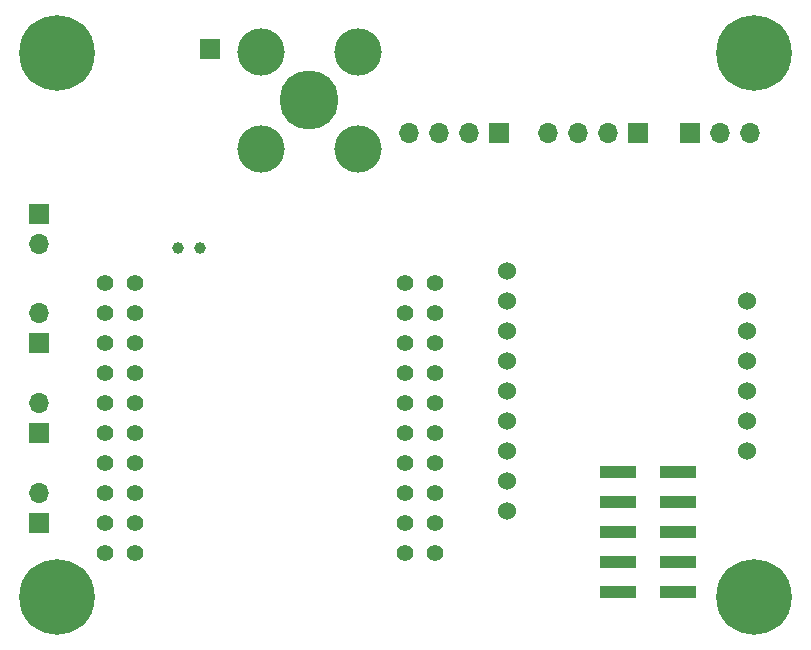
<source format=gbr>
%TF.GenerationSoftware,KiCad,Pcbnew,7.0.2-6a45011f42~172~ubuntu22.04.1*%
%TF.CreationDate,2023-05-07T23:46:40+02:00*%
%TF.ProjectId,mp3alarm,6d703361-6c61-4726-9d2e-6b696361645f,v0.2*%
%TF.SameCoordinates,Original*%
%TF.FileFunction,Soldermask,Bot*%
%TF.FilePolarity,Negative*%
%FSLAX46Y46*%
G04 Gerber Fmt 4.6, Leading zero omitted, Abs format (unit mm)*
G04 Created by KiCad (PCBNEW 7.0.2-6a45011f42~172~ubuntu22.04.1) date 2023-05-07 23:46:40*
%MOMM*%
%LPD*%
G01*
G04 APERTURE LIST*
%ADD10C,5.000000*%
%ADD11C,4.000000*%
%ADD12R,1.700000X1.700000*%
%ADD13O,1.700000X1.700000*%
%ADD14C,1.400000*%
%ADD15C,1.524000*%
%ADD16C,6.400000*%
%ADD17C,1.000000*%
%ADD18R,3.150000X1.000000*%
G04 APERTURE END LIST*
D10*
%TO.C,J10*%
X69342000Y-61976000D03*
D11*
X65227000Y-57861000D03*
X65227000Y-66091000D03*
X73457000Y-57861000D03*
X73457000Y-66091000D03*
%TD*%
D12*
%TO.C,J3*%
X46482000Y-90170000D03*
D13*
X46482000Y-87630000D03*
%TD*%
D12*
%TO.C,J5*%
X85399000Y-64770000D03*
D13*
X82859000Y-64770000D03*
X80319000Y-64770000D03*
X77779000Y-64770000D03*
%TD*%
D12*
%TO.C,J6*%
X97218500Y-64770000D03*
D13*
X94678500Y-64770000D03*
X92138500Y-64770000D03*
X89598500Y-64770000D03*
%TD*%
D14*
%TO.C,U2*%
X52070000Y-77470000D03*
X54610000Y-77470000D03*
X52070000Y-80010000D03*
X54610000Y-80010000D03*
X52070000Y-82550000D03*
X54610000Y-82550000D03*
X52070000Y-85090000D03*
X54610000Y-85090000D03*
X52070000Y-87630000D03*
X54610000Y-87630000D03*
X52070000Y-90170000D03*
X54610000Y-90170000D03*
X52070000Y-92710000D03*
X54610000Y-92710000D03*
X52070000Y-95250000D03*
X54610000Y-95250000D03*
X52070000Y-97790000D03*
X54610000Y-97790000D03*
X52070000Y-100330000D03*
X54610000Y-100330000D03*
X77470000Y-77470000D03*
X80010000Y-77470000D03*
X77470000Y-80010000D03*
X80010000Y-80010000D03*
X77470000Y-82550000D03*
X80010000Y-82550000D03*
X77470000Y-85090000D03*
X80010000Y-85090000D03*
X77470000Y-87630000D03*
X80010000Y-87630000D03*
X77470000Y-90170000D03*
X80010000Y-90170000D03*
X77470000Y-92710000D03*
X80010000Y-92710000D03*
X77470000Y-95250000D03*
X80010000Y-95250000D03*
X77470000Y-97790000D03*
X80010000Y-97790000D03*
X77470000Y-100330000D03*
X80010000Y-100330000D03*
%TD*%
D12*
%TO.C,J2*%
X46482000Y-97790000D03*
D13*
X46482000Y-95250000D03*
%TD*%
D12*
%TO.C,J9*%
X60960000Y-57658000D03*
%TD*%
%TO.C,J4*%
X46482000Y-82550000D03*
D13*
X46482000Y-80010000D03*
%TD*%
D12*
%TO.C,J1*%
X101600000Y-64770000D03*
D13*
X104140000Y-64770000D03*
X106680000Y-64770000D03*
%TD*%
D12*
%TO.C,J8*%
X46482000Y-71628000D03*
D13*
X46482000Y-74168000D03*
%TD*%
D15*
%TO.C,U1*%
X86106000Y-76454000D03*
X86106000Y-78994000D03*
X86106000Y-81534000D03*
X86106000Y-84074000D03*
X86106000Y-86614000D03*
X86106000Y-89154000D03*
X86106000Y-91694000D03*
X86106000Y-94234000D03*
X86106000Y-96774000D03*
X106426000Y-78994000D03*
X106426000Y-81534000D03*
X106426000Y-84074000D03*
X106426000Y-86614000D03*
X106426000Y-89154000D03*
X106426000Y-91694000D03*
%TD*%
D16*
%TO.C,H2*%
X48000000Y-104000000D03*
%TD*%
%TO.C,H4*%
X107000000Y-58000000D03*
%TD*%
%TO.C,H3*%
X107000000Y-104000000D03*
%TD*%
%TO.C,H1*%
X48000000Y-58000000D03*
%TD*%
D17*
%TO.C,Y1*%
X58232000Y-74490000D03*
X60132000Y-74490000D03*
%TD*%
D18*
%TO.C,J0*%
X100569000Y-93472000D03*
X95519000Y-93472000D03*
X100569000Y-96012000D03*
X95519000Y-96012000D03*
X100569000Y-98552000D03*
X95519000Y-98552000D03*
X100569000Y-101092000D03*
X95519000Y-101092000D03*
X100569000Y-103632000D03*
X95519000Y-103632000D03*
%TD*%
M02*

</source>
